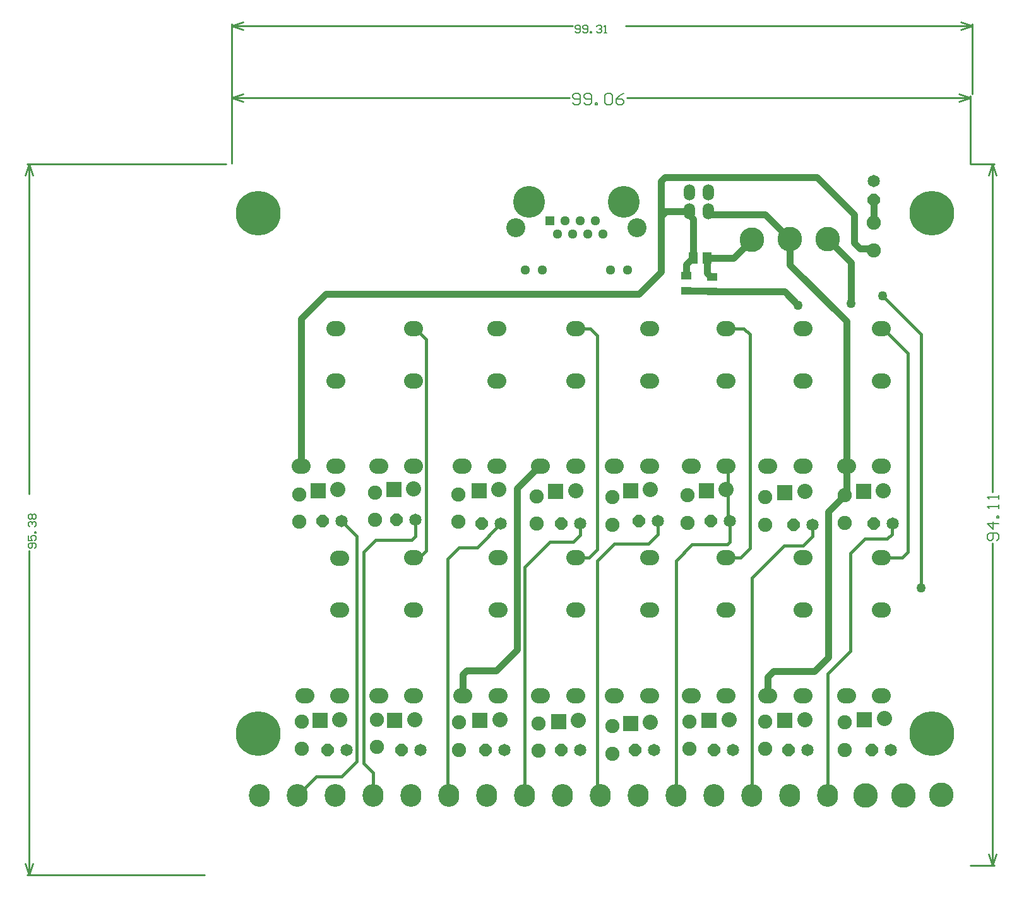
<source format=gtl>
G04*
G04 #@! TF.GenerationSoftware,Altium Limited,Altium Designer,20.1.12 (249)*
G04*
G04 Layer_Physical_Order=1*
G04 Layer_Color=255*
%FSTAX24Y24*%
%MOIN*%
G70*
G04*
G04 #@! TF.SameCoordinates,3ECB986E-075F-4DB5-9EE9-704FFB054EE1*
G04*
G04*
G04 #@! TF.FilePolarity,Positive*
G04*
G01*
G75*
%ADD15C,0.0100*%
%ADD16R,0.0550X0.0433*%
%ADD17R,0.0512X0.0591*%
%ADD37C,0.0150*%
%ADD38C,0.0350*%
%ADD39C,0.0060*%
%ADD40C,0.0650*%
%ADD41P,0.0704X8X112.5*%
%ADD42O,0.1000X0.0800*%
%ADD43C,0.0750*%
%ADD44C,0.2362*%
%ADD45C,0.0800*%
%ADD46R,0.0800X0.0800*%
%ADD47P,0.0704X8X22.5*%
%ADD48O,0.1100X0.1200*%
%ADD49C,0.1300*%
%ADD50R,0.0512X0.0512*%
%ADD51C,0.0512*%
%ADD52C,0.1680*%
%ADD53C,0.1004*%
%ADD54O,0.0600X0.0860*%
%ADD55C,0.0500*%
%ADD56C,0.0394*%
D15*
X05395Y0109D02*
X0552D01*
X05395Y04795D02*
X0552D01*
X0551Y0109D02*
Y027905D01*
Y030625D02*
Y04795D01*
Y0109D02*
X0553Y0115D01*
X0549D02*
X0551Y0109D01*
X0549Y04735D02*
X0551Y04795D01*
X0553Y04735D01*
X01495Y04835D02*
Y05155D01*
X05395Y048D02*
Y05155D01*
X01495Y05145D02*
X03278D01*
X0358D02*
X05395D01*
X01495D02*
X01555Y05125D01*
X01495Y05145D02*
X01555Y05165D01*
X05335D02*
X05395Y05145D01*
X05335Y05125D02*
X05395Y05145D01*
X05405Y05165D02*
Y05535D01*
X01495Y048D02*
Y05535D01*
X03575Y05525D02*
X05405D01*
X01495D02*
X03293D01*
X05345Y05545D02*
X05405Y05525D01*
X05345Y05505D02*
X05405Y05525D01*
X01495D02*
X01555Y05505D01*
X01495Y05525D02*
X01555Y05545D01*
X00415Y04795D02*
X01465D01*
X00415Y0104D02*
X0135D01*
X00425Y030525D02*
Y04795D01*
Y0104D02*
Y027505D01*
X00405Y04735D02*
X00425Y04795D01*
X00445Y04735D01*
X00425Y0104D02*
X00445Y011D01*
X00405D02*
X00425Y0104D01*
D16*
X03895Y041256D02*
D03*
Y042044D02*
D03*
X0403Y041206D02*
D03*
Y041994D02*
D03*
D17*
X039304Y042992D02*
D03*
X040052D02*
D03*
D37*
X03425Y01475D02*
X0344Y0146D01*
X03425Y027D02*
X03515Y0279D01*
X03425Y01475D02*
Y027D01*
X04105Y039256D02*
X041994D01*
X0423Y02765D02*
Y03895D01*
X041994Y039256D02*
X0423Y03895D01*
X0331Y02715D02*
X0338D01*
X0331Y039256D02*
X033894D01*
X0338Y02715D02*
X03425Y0276D01*
Y0389D01*
X033894Y039256D02*
X03425Y0389D01*
X020654Y029246D02*
X020775Y029125D01*
X04105Y02715D02*
X0418D01*
X0423Y02765D01*
X0476Y022219D02*
Y027385D01*
X048365Y02815D02*
X04955D01*
X0476Y027385D02*
X048365Y02815D01*
X046404Y021023D02*
X0476Y022219D01*
X02635Y014649D02*
Y0271D01*
X02695Y0277D01*
X02635Y014649D02*
X026399Y014599D01*
X05135Y02555D02*
Y03895D01*
X0493Y041D02*
X05135Y03895D01*
X02465Y02695D02*
X025225Y027525D01*
X02455Y02695D02*
X02465D01*
X025225Y027525D02*
Y038681D01*
X02255Y0281D02*
X02445D01*
X0219Y016281D02*
Y02745D01*
X02465Y0283D02*
Y02915D01*
X02445Y0281D02*
X02465Y0283D01*
X0219Y02745D02*
X02255Y0281D01*
X02075Y0156D02*
X02155Y0164D01*
Y0283D01*
X02075Y0291D02*
X02155Y0283D01*
X0441Y0278D02*
X0451D01*
X0456Y0283D01*
Y0289D01*
X04925Y02715D02*
X05035D01*
X05065Y02745D02*
Y037956D01*
X05035Y02715D02*
X05065Y02745D01*
X04935Y039256D02*
X05065Y037956D01*
X0194Y0156D02*
X02075D01*
X018399Y014599D02*
Y014599D01*
X0194Y0156D01*
X046404Y014604D02*
Y021023D01*
X0279Y0277D02*
X02915Y02895D01*
X02695Y0277D02*
X0279D01*
X02055Y03075D02*
X020654Y030646D01*
X033254Y029046D02*
X03335Y02895D01*
X0331Y031972D02*
X033254Y031818D01*
X03335Y028365D02*
Y02895D01*
X032985Y028D02*
X03335Y028365D01*
X03695Y0279D02*
X03745Y0284D01*
Y0291D01*
X03515Y0279D02*
X03695D01*
X041154Y029296D02*
X0413Y02915D01*
X041154Y029296D02*
Y031868D01*
Y029196D02*
Y029296D01*
X04105Y031972D02*
X041154Y031868D01*
Y029196D02*
X04125Y0291D01*
Y028D02*
Y0291D01*
X03925Y02785D02*
X0411D01*
X038404Y014604D02*
Y027004D01*
X0411Y02785D02*
X04125Y028D01*
X038404Y027004D02*
X03925Y02785D01*
X0424Y0146D02*
Y0261D01*
X0441Y0278D01*
X0498Y0289D02*
X04985Y02895D01*
X0498Y0284D02*
Y0289D01*
X04955Y02815D02*
X0498Y0284D01*
X04925Y039256D02*
X04935D01*
X02465D02*
X025225Y038681D01*
X02455Y039256D02*
X02465D01*
X022403Y014603D02*
Y015777D01*
X0219Y016281D02*
X022403Y015777D01*
X03175Y028D02*
X032985D01*
X030403Y026653D02*
X03175Y028D01*
X030403Y014603D02*
Y026653D01*
D38*
X0376Y04225D02*
Y0452D01*
X03645Y0411D02*
X0376Y04225D01*
X0199Y0411D02*
X03645D01*
X0391Y045252D02*
X039304Y045048D01*
Y042953D02*
Y042992D01*
Y045048D01*
X0391Y045252D02*
Y04545D01*
X0376Y0452D02*
Y047045D01*
X03785Y04545D02*
X0391D01*
X0376Y0452D02*
X03785Y04545D01*
X0376Y047045D02*
X037805Y04725D01*
X04585D01*
X0401Y0453D02*
Y045335D01*
X039985Y04545D02*
X0401Y045335D01*
Y0453D02*
X043102D01*
X040052Y042992D02*
X041442D01*
X0424Y04395D01*
X04885Y04485D02*
Y04605D01*
X04585Y04725D02*
X0478Y0453D01*
Y0438D02*
Y0453D01*
Y0438D02*
X048123Y043477D01*
X048773D02*
X04885Y0434D01*
X048123Y043477D02*
X048773D01*
X046426Y043976D02*
X04765Y042752D01*
Y0406D02*
Y042752D01*
X044144Y041206D02*
X04485Y0405D01*
X0403Y041206D02*
X044144D01*
X03895Y041256D02*
X040191D01*
X040241Y041206D01*
X0403D01*
X040242Y041987D02*
X0403D01*
X040052Y042177D02*
X040242Y041987D01*
X040052Y042177D02*
Y042992D01*
X03895Y042044D02*
Y042638D01*
X039184Y042872D01*
X039223D01*
X039304Y042953D01*
X0443Y04415D02*
X04445Y044D01*
X044252Y04415D02*
X0443D01*
X043102Y0453D02*
X044252Y04415D01*
X044426Y043976D02*
X04445Y044D01*
X044426Y042624D02*
X0474Y03965D01*
X02715Y019867D02*
Y020995D01*
X027355Y0212D02*
X0289D01*
X02715Y020995D02*
X027355Y0212D01*
X031072Y031895D02*
Y031972D01*
X0289Y0212D02*
X03Y0223D01*
Y030823D01*
X031072Y031895D01*
Y031972D02*
X03125D01*
X04355Y02115D02*
X0457D01*
X04325Y02085D02*
X04355Y02115D01*
X0457D02*
X04645Y0219D01*
X04325Y019867D02*
Y02085D01*
X04645Y0219D02*
Y0296D01*
X0474Y031972D02*
Y03965D01*
X0473Y03045D02*
X0474Y03055D01*
X04645Y0296D02*
X0473Y03045D01*
X0474Y03055D02*
Y031972D01*
X044426Y042624D02*
Y043976D01*
X0186Y0398D02*
X0199Y0411D01*
X0186Y031972D02*
Y0398D01*
D39*
X05536Y028065D02*
X05546Y028165D01*
Y028365D01*
X05536Y028465D01*
X05496D01*
X05486Y028365D01*
Y028165D01*
X05496Y028065D01*
X05506D01*
X05516Y028165D01*
Y028465D01*
X05546Y028965D02*
X05486D01*
X05516Y028665D01*
Y029065D01*
X05546Y029265D02*
X05536D01*
Y029365D01*
X05546D01*
Y029265D01*
Y029765D02*
Y029965D01*
Y029865D01*
X05486D01*
X05496Y029765D01*
X05546Y030265D02*
Y030465D01*
Y030365D01*
X05486D01*
X05496Y030265D01*
X03294Y05119D02*
X03304Y05109D01*
X03324D01*
X03334Y05119D01*
Y05159D01*
X03324Y05169D01*
X03304D01*
X03294Y05159D01*
Y05149D01*
X03304Y05139D01*
X03334D01*
X03354Y05119D02*
X03364Y05109D01*
X03384D01*
X03394Y05119D01*
Y05159D01*
X03384Y05169D01*
X03364D01*
X03354Y05159D01*
Y05149D01*
X03364Y05139D01*
X03394D01*
X03414Y05109D02*
Y05119D01*
X03424D01*
Y05109D01*
X03414D01*
X03464Y05159D02*
X03474Y05169D01*
X03494D01*
X03504Y05159D01*
Y05119D01*
X03494Y05109D01*
X03474D01*
X03464Y05119D01*
Y05159D01*
X03564Y05169D02*
X03544Y05159D01*
X03524Y05139D01*
Y05119D01*
X03534Y05109D01*
X03554D01*
X03564Y05119D01*
Y05129D01*
X03554Y05139D01*
X03524D01*
X03309Y054957D02*
X033157Y05489D01*
X03329D01*
X033357Y054957D01*
Y055223D01*
X03329Y05529D01*
X033157D01*
X03309Y055223D01*
Y055157D01*
X033157Y05509D01*
X033357D01*
X03349Y054957D02*
X033557Y05489D01*
X03369D01*
X033757Y054957D01*
Y055223D01*
X03369Y05529D01*
X033557D01*
X03349Y055223D01*
Y055157D01*
X033557Y05509D01*
X033757D01*
X03389Y05489D02*
Y054957D01*
X033957D01*
Y05489D01*
X03389D01*
X034223Y055223D02*
X03429Y05529D01*
X034423D01*
X03449Y055223D01*
Y055157D01*
X034423Y05509D01*
X034357D01*
X034423D01*
X03449Y055023D01*
Y054957D01*
X034423Y05489D01*
X03429D01*
X034223Y054957D01*
X034623Y05489D02*
X034757D01*
X03469D01*
Y05529D01*
X034623Y055223D01*
X004543Y027665D02*
X00461Y027732D01*
Y027865D01*
X004543Y027932D01*
X004277D01*
X00421Y027865D01*
Y027732D01*
X004277Y027665D01*
X004343D01*
X00441Y027732D01*
Y027932D01*
X00421Y028332D02*
Y028065D01*
X00441D01*
X004343Y028199D01*
Y028265D01*
X00441Y028332D01*
X004543D01*
X00461Y028265D01*
Y028132D01*
X004543Y028065D01*
X00461Y028465D02*
X004543D01*
Y028532D01*
X00461D01*
Y028465D01*
X004277Y028798D02*
X00421Y028865D01*
Y028998D01*
X004277Y029065D01*
X004343D01*
X00441Y028998D01*
Y028932D01*
Y028998D01*
X004477Y029065D01*
X004543D01*
X00461Y028998D01*
Y028865D01*
X004543Y028798D01*
X004277Y029198D02*
X00421Y029265D01*
Y029398D01*
X004277Y029465D01*
X004343D01*
X00441Y029398D01*
X004477Y029465D01*
X004543D01*
X00461Y029398D01*
Y029265D01*
X004543Y029198D01*
X004477D01*
X00441Y029265D01*
X004343Y029198D01*
X004277D01*
X00441Y029265D02*
Y029398D01*
D40*
X04885Y04705D02*
D03*
X02915Y02895D02*
D03*
X03335D02*
D03*
X03745Y0291D02*
D03*
X04125D02*
D03*
X0456Y0289D02*
D03*
X04985Y02895D02*
D03*
X0414Y017D02*
D03*
X04535Y017D02*
D03*
X04975D02*
D03*
X03725D02*
D03*
X03335D02*
D03*
X02935D02*
D03*
X0249D02*
D03*
X021D02*
D03*
X02075Y0291D02*
D03*
X02465Y02915D02*
D03*
D41*
X04885Y04605D02*
D03*
D42*
X0188Y01985D02*
D03*
X02065D02*
D03*
Y027133D02*
D03*
Y024378D02*
D03*
X0474Y031972D02*
D03*
X04925D02*
D03*
Y039256D02*
D03*
Y0365D02*
D03*
X0227Y019867D02*
D03*
X02455D02*
D03*
Y02715D02*
D03*
Y024394D02*
D03*
X02715Y019867D02*
D03*
X029D02*
D03*
Y02715D02*
D03*
Y024394D02*
D03*
X03125Y019867D02*
D03*
X0331D02*
D03*
Y02715D02*
D03*
Y024394D02*
D03*
X03515Y019867D02*
D03*
X037D02*
D03*
Y02715D02*
D03*
Y024394D02*
D03*
X0392Y019867D02*
D03*
X04105D02*
D03*
Y02715D02*
D03*
Y024394D02*
D03*
X0474Y019867D02*
D03*
X04925D02*
D03*
Y02715D02*
D03*
Y024394D02*
D03*
X04325Y019867D02*
D03*
X0451D02*
D03*
Y02715D02*
D03*
Y024394D02*
D03*
X0392Y031972D02*
D03*
X04105D02*
D03*
Y039256D02*
D03*
Y0365D02*
D03*
X03125Y031972D02*
D03*
X0331D02*
D03*
Y039256D02*
D03*
Y0365D02*
D03*
X0227Y031972D02*
D03*
X02455D02*
D03*
Y039256D02*
D03*
Y0365D02*
D03*
X04325Y031972D02*
D03*
X0451D02*
D03*
Y039256D02*
D03*
Y0365D02*
D03*
X03515Y031972D02*
D03*
X037D02*
D03*
Y039256D02*
D03*
Y0365D02*
D03*
X0271Y031972D02*
D03*
X02895D02*
D03*
Y039256D02*
D03*
Y0365D02*
D03*
X0186Y031972D02*
D03*
X02045D02*
D03*
Y039256D02*
D03*
Y0365D02*
D03*
D43*
X04885Y04485D02*
D03*
Y0434D02*
D03*
X0431Y01705D02*
D03*
Y0185D02*
D03*
X03505Y0168D02*
D03*
Y01825D02*
D03*
X02695Y017D02*
D03*
Y01845D02*
D03*
X01865Y01705D02*
D03*
Y0185D02*
D03*
X0431Y0289D02*
D03*
Y03035D02*
D03*
X03505Y0289D02*
D03*
Y03035D02*
D03*
X0269Y02905D02*
D03*
Y0305D02*
D03*
X0185Y02905D02*
D03*
Y0305D02*
D03*
X0473Y017D02*
D03*
Y01845D02*
D03*
X0391Y01705D02*
D03*
Y0185D02*
D03*
X03115Y01695D02*
D03*
Y0184D02*
D03*
X0473Y029D02*
D03*
Y03045D02*
D03*
X039Y029D02*
D03*
Y03045D02*
D03*
X03105Y02895D02*
D03*
Y0304D02*
D03*
X0226Y01715D02*
D03*
Y0186D02*
D03*
X0225Y02915D02*
D03*
Y0306D02*
D03*
D44*
X0519Y04535D02*
D03*
X01635D02*
D03*
X0519Y01785D02*
D03*
X01635D02*
D03*
D45*
X04935Y0307D02*
D03*
X0452Y03065D02*
D03*
X04105Y03075D02*
D03*
X03705D02*
D03*
X02905D02*
D03*
X02055D02*
D03*
X0412Y0186D02*
D03*
X0452D02*
D03*
X0494Y01865D02*
D03*
X03705Y01845D02*
D03*
X03325Y01855D02*
D03*
X0291Y0186D02*
D03*
X0246D02*
D03*
X02065D02*
D03*
X0331Y0307D02*
D03*
X02455Y0308D02*
D03*
D46*
X0483Y03065D02*
D03*
X04415Y0306D02*
D03*
X04Y0307D02*
D03*
X036D02*
D03*
X028D02*
D03*
X0195D02*
D03*
X04015Y01855D02*
D03*
X04415D02*
D03*
X04835Y0186D02*
D03*
X036Y0184D02*
D03*
X0322Y0185D02*
D03*
X02805Y01855D02*
D03*
X02355D02*
D03*
X0196D02*
D03*
X03205Y03065D02*
D03*
X0235Y03075D02*
D03*
D47*
X02815Y02895D02*
D03*
X03235D02*
D03*
X03645Y0291D02*
D03*
X04025D02*
D03*
X0446Y0289D02*
D03*
X04885Y02895D02*
D03*
X0404Y017D02*
D03*
X04435Y017D02*
D03*
X04875D02*
D03*
X03625D02*
D03*
X03235D02*
D03*
X02835D02*
D03*
X0239D02*
D03*
X02D02*
D03*
X01975Y0291D02*
D03*
X02365Y02915D02*
D03*
D48*
X0404Y0146D02*
D03*
X046404Y014604D02*
D03*
X044401Y014601D02*
D03*
X0424Y0146D02*
D03*
X0324D02*
D03*
X038404Y014604D02*
D03*
X036401Y014601D02*
D03*
X0344Y0146D02*
D03*
X024399Y014599D02*
D03*
X030403Y014603D02*
D03*
X0284Y0146D02*
D03*
X026399Y014599D02*
D03*
X016399D02*
D03*
X022403Y014603D02*
D03*
X0204Y0146D02*
D03*
X018399Y014599D02*
D03*
D49*
X0504Y0146D02*
D03*
X0484D02*
D03*
X052426Y014626D02*
D03*
X044426Y043976D02*
D03*
X046426D02*
D03*
X0424Y04395D02*
D03*
D50*
X031741Y04495D02*
D03*
D51*
X032142Y044249D02*
D03*
X032544Y04495D02*
D03*
X032945Y044249D02*
D03*
X033347Y04495D02*
D03*
X033748Y044249D02*
D03*
X03415Y04495D02*
D03*
X034552Y044249D02*
D03*
X031347Y042352D02*
D03*
X030445Y042352D02*
D03*
X034945Y042352D02*
D03*
X035847Y042352D02*
D03*
D52*
X030646Y04595D02*
D03*
X035646Y04595D02*
D03*
D53*
X036345Y0446D02*
D03*
X029947D02*
D03*
D54*
X0401Y04645D02*
D03*
X0391D02*
D03*
X0401Y04545D02*
D03*
X0391D02*
D03*
D55*
X0493Y041D02*
D03*
X04765Y0406D02*
D03*
X04485Y0405D02*
D03*
X05135Y02555D02*
D03*
D56*
X05255Y04465D02*
D03*
X05125Y046D02*
D03*
X05255D02*
D03*
X05125Y04465D02*
D03*
X0519Y0463D02*
D03*
X05285Y04535D02*
D03*
X05095D02*
D03*
X05195Y0444D02*
D03*
X017Y04465D02*
D03*
X0157Y046D02*
D03*
X017D02*
D03*
X0157Y04465D02*
D03*
X01635Y0463D02*
D03*
X0173Y04535D02*
D03*
X0154D02*
D03*
X0164Y0444D02*
D03*
X05255Y01715D02*
D03*
X05125Y0185D02*
D03*
X05255D02*
D03*
X05125Y01715D02*
D03*
X0519Y0188D02*
D03*
X05285Y01785D02*
D03*
X05095D02*
D03*
X05195Y0169D02*
D03*
X017Y01715D02*
D03*
X0157Y0185D02*
D03*
X017D02*
D03*
X0157Y01715D02*
D03*
X01635Y0188D02*
D03*
X0173Y01785D02*
D03*
X0154D02*
D03*
X0164Y0169D02*
D03*
M02*

</source>
